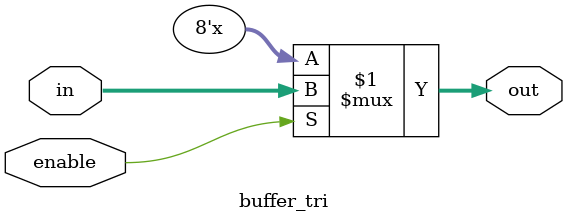
<source format=v>
module buffer_tri (
    input enable,
    input [7:0] in,
    output [7:0] out
);

    assign out = enable?in:8'bzzzz_zzzz;

endmodule
</source>
